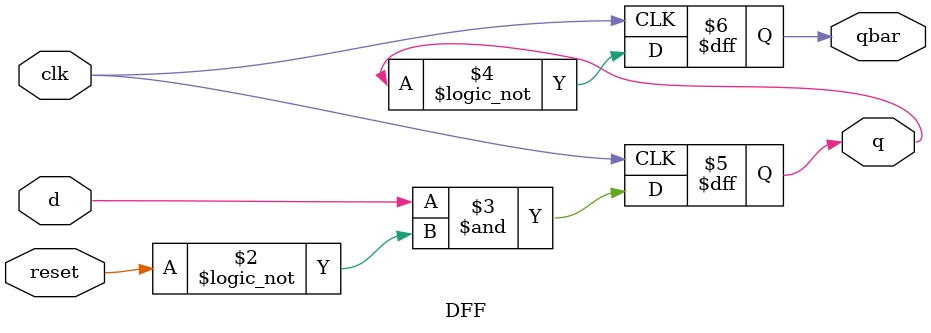
<source format=v>

module DFF(d,reset,clk,q,qbar);

input d,reset,clk;

output reg q,qbar;

always @(posedge clk) begin
	
q<=d&(!reset);
qbar<=!q;

end

endmodule

</source>
